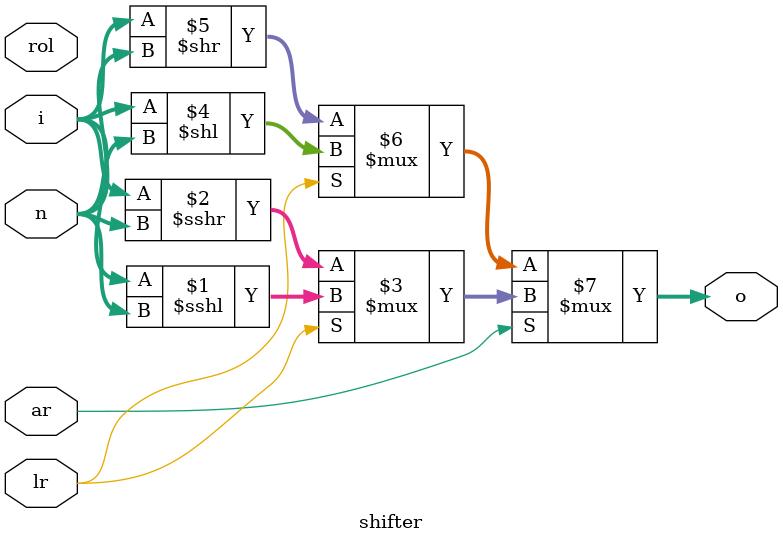
<source format=sv>



module shifter(input signed[7:0] i, input[3:0] n,
               input ar, lr, rol, output signed[7:0] o);
  
  assign o = ar ? (lr ? i <<< n : i >>> n) : (lr ? i << n : i >> n);
  
  
endmodule

</source>
